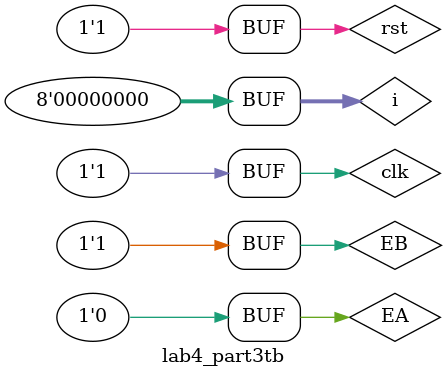
<source format=v>

module lab4_part3(
	input wire [7:0] i, // SW0~SW7 할당
	input wire EA, //SW8
	input wire EB, //SW9
	input wire clk, //key[1]
	input wire rst, //key[0], synchronous reset
	output wire [7:0] LED, //A와 B값 출력
	output wire [6:0] hex3,
	output wire [6:0] hex2,
	output wire [6:0] hex1,
	output wire [6:0] hex0 //연산 결과 출력
	); 
	
	reg [7:0] reg_A;
	reg [7:0] reg_B;
	reg [15:0] reg_P; //연산결과 P를 저장하는 reg 선언
	wire [15:0] product; // A와 B의 곱을 저장하는 wire 선언
	assign product = reg_A * reg_B;
	
	segdec u0(.i(reg_P[3:0]), .o(hex0));
	segdec u1(.i(reg_P[7:4]), .o(hex1));
	segdec u2(.i(reg_P[11:8]), .o(hex2));
	segdec u3(.i(reg_P[15:12]), .o(hex3));
	
	always @ (posedge clk)
	if(~rst) reg_A <= 8'd0; // synchronous reset
	else if(EA) reg_A <= i; // EA =1 일 경우 A에 input i를 저장
	
	always @ (posedge clk)
	if(~rst) reg_B <= 8'd0;
	else if (EB) reg_B <= i; // EB = 1 일 경우 B에 input i를 저장
	
	always @ (posedge clk)
	if(rst) reg_P <= product; // 클락이 들어왔을 때 rst = 1이면 P에 A와 B의 곱을 넣어줌
	
	assign LED = (EA&(~EB))? reg_A : reg_B; // A와 B의 값을 나타내는 LED
	
endmodule


module segdec //lab4part2에서 사용한 7segment decoder와 동일
( input wire [3:0] i,
output reg [6:0] o);
	
	always @ *
	case(i) //case문으로 각 상황에 맞춰 구현
	4'b0000 : o = {7'b1000000}; //0의 형태
	4'b0001 : o = {7'b1111001}; //1의 형태
	4'b0010 : o = {7'b0100100}; //2의 형태
	4'b0011 : o = {7'b0110000}; //3의 형태
	4'b0100 : o = {7'b0011001}; //4의 형태
	4'b0101 : o = {7'b0010010}; //5의 형태
	4'b0110 : o = {7'b0000010}; //6의 형태
	4'b0111 : o = {7'b1111000}; //7의 형태
	4'b1000 : o = {7'b0000000}; //8의 형태
	4'b1001 : o = {7'b0010000}; //9의 형태
	4'b1010 : o = {7'b0001000}; //A의 형태
	4'b1011 : o = {7'b0000011}; //b의 형태
	4'b1100 : o = {7'b1000110}; //C의 형태
	4'b1101 : o = {7'b0100001}; //d의 형태
	4'b1110 : o = {7'b0000110}; //E의 형태
	4'b1111 : o = {7'b0001110}; //F의 형태
	endcase
	
endmodule


module lab4_part3tb();
	reg [7:0] i;
	reg EA;
	reg EB;
	reg clk;
	reg rst;
	wire [7:0] LED;
	wire [6:0] hex3;
	wire [6:0] hex2;
	wire [6:0] hex1;
	wire [6:0] hex0;

lab4_part3 u0(i, EA, EB, clk, rst, LED, hex3, hex2, hex1, hex0);

initial begin
#(0) rst=1; clk=1; i=8'b0;///초기값 설정
#(15) EA=1; i=8'b00011110;
#(5) clk=~clk;  #(5) clk=~clk;  //// A에 8'b00011110 저장
#(15) EA=0; EB=1; i=8'b00000101; 
#(5) clk=~clk;  #(5) clk=~clk; //// B에 8'b00000101 저장
#(15) EA=0; EB=0;
#(5) clk=~clk;  #(5) clk=~clk;  ///연산 결과값 확인
#(20) i=0; EA=1;      ////저장된 A값 확인
#(20) i=0; EA=0; EB=1; ////저장된 B값 확인
#(20) rst=~rst; clk=~clk;  #(5) rst=~rst; clk=~clk; ////리셋
#(10) EA=1; EB=1; i=8'b00000110;  
#(5) clk=~clk;  #(5) clk=~clk;    ////A와B에 동시에 8'b00000110 저장
#(15) EA=0; EB=0;
#(20) clk=~clk;  #(5) clk=~clk;  ////연산 결과값 확인
#(20) i=0; EA=1; EB=0;  ////저장된 A값 확인
#(20) i=0; EA=0; EB=1;  ////저장된 B값 확인"
end 
endmodule

</source>
